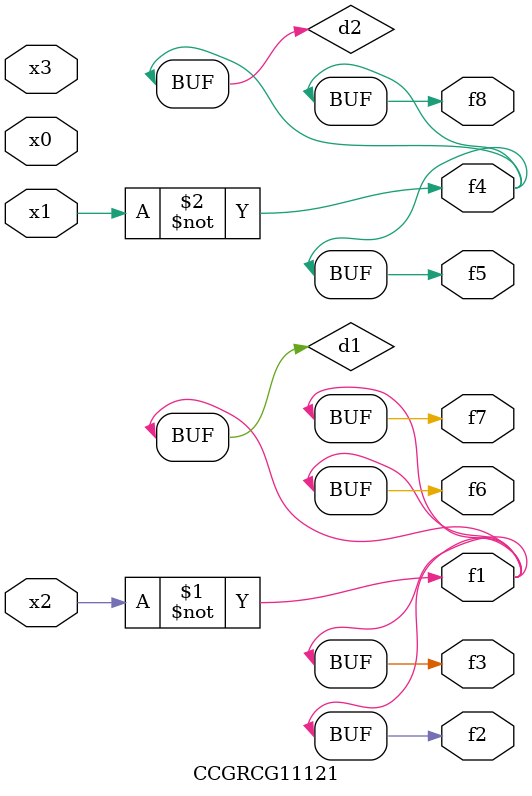
<source format=v>
module CCGRCG11121(
	input x0, x1, x2, x3,
	output f1, f2, f3, f4, f5, f6, f7, f8
);

	wire d1, d2;

	xnor (d1, x2);
	not (d2, x1);
	assign f1 = d1;
	assign f2 = d1;
	assign f3 = d1;
	assign f4 = d2;
	assign f5 = d2;
	assign f6 = d1;
	assign f7 = d1;
	assign f8 = d2;
endmodule

</source>
